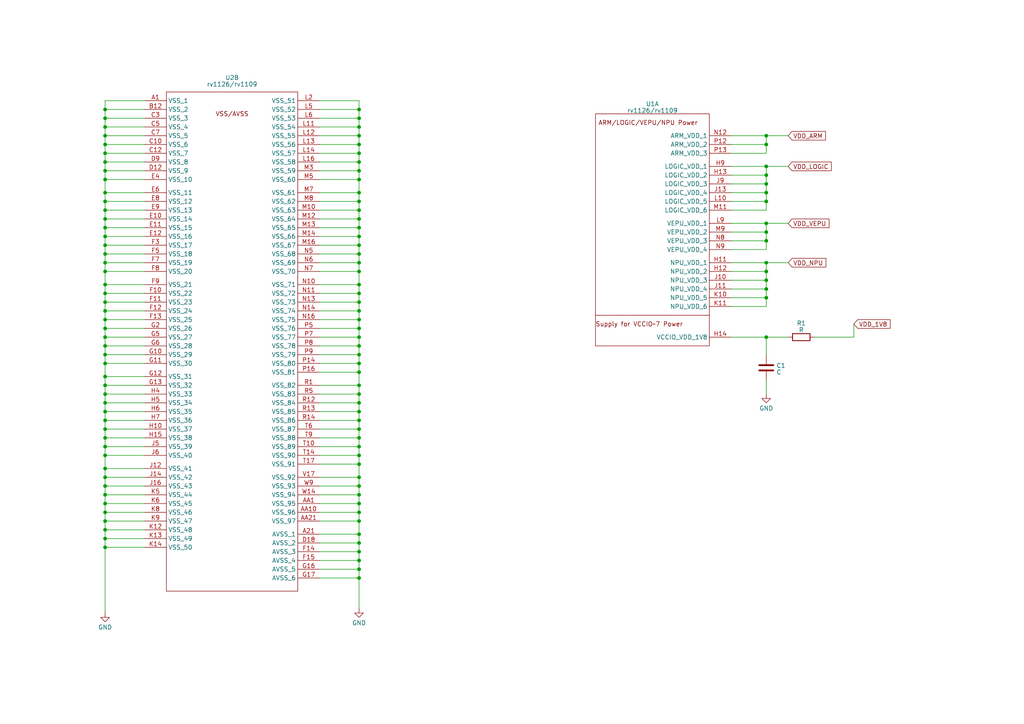
<source format=kicad_sch>
(kicad_sch (version 20230121) (generator eeschema)
  (paper "A4")
  (title_block (title "Leaf RV1126 Power") (date "2023-02-23") (rev "1") (company "Qingdao IotPi Information Technology"))
  (junction (at 30.48 121.92))
  (junction (at 30.48 36.83))
  (junction (at 104.14 157.48))
  (junction (at 222.25 76.2))
  (junction (at 104.14 73.66))
  (junction (at 30.48 55.88))
  (junction (at 104.14 138.43))
  (junction (at 222.25 83.82))
  (junction (at 104.14 71.12))
  (junction (at 30.48 100.33))
  (junction (at 30.48 60.96))
  (junction (at 104.14 146.05))
  (junction (at 104.14 39.37))
  (junction (at 30.48 148.59))
  (junction (at 222.25 97.79))
  (junction (at 30.48 158.75))
  (junction (at 30.48 41.91))
  (junction (at 30.48 116.84))
  (junction (at 104.14 119.38))
  (junction (at 222.25 39.37))
  (junction (at 30.48 90.17))
  (junction (at 30.48 111.76))
  (junction (at 104.14 105.41))
  (junction (at 222.25 78.74))
  (junction (at 104.14 58.42))
  (junction (at 104.14 68.58))
  (junction (at 104.14 154.94))
  (junction (at 104.14 34.29))
  (junction (at 30.48 76.2))
  (junction (at 104.14 78.74))
  (junction (at 222.25 67.31))
  (junction (at 30.48 85.09))
  (junction (at 104.14 124.46))
  (junction (at 30.48 82.55))
  (junction (at 104.14 167.64))
  (junction (at 104.14 116.84))
  (junction (at 30.48 102.87))
  (junction (at 30.48 44.45))
  (junction (at 104.14 60.96))
  (junction (at 30.48 151.13))
  (junction (at 30.48 153.67))
  (junction (at 104.14 55.88))
  (junction (at 104.14 162.56))
  (junction (at 104.14 90.17))
  (junction (at 104.14 114.3))
  (junction (at 30.48 39.37))
  (junction (at 104.14 143.51))
  (junction (at 104.14 100.33))
  (junction (at 104.14 46.99))
  (junction (at 30.48 34.29))
  (junction (at 104.14 36.83))
  (junction (at 104.14 151.13))
  (junction (at 104.14 66.04))
  (junction (at 222.25 50.8))
  (junction (at 30.48 114.3))
  (junction (at 30.48 127))
  (junction (at 30.48 68.58))
  (junction (at 222.25 86.36))
  (junction (at 222.25 64.77))
  (junction (at 30.48 46.99))
  (junction (at 30.48 105.41))
  (junction (at 104.14 129.54))
  (junction (at 104.14 49.53))
  (junction (at 30.48 143.51))
  (junction (at 222.25 41.91))
  (junction (at 222.25 69.85))
  (junction (at 30.48 71.12))
  (junction (at 104.14 87.63))
  (junction (at 104.14 95.25))
  (junction (at 104.14 148.59))
  (junction (at 30.48 73.66))
  (junction (at 30.48 119.38))
  (junction (at 104.14 140.97))
  (junction (at 30.48 109.22))
  (junction (at 222.25 58.42))
  (junction (at 104.14 92.71))
  (junction (at 222.25 53.34))
  (junction (at 104.14 134.62))
  (junction (at 30.48 132.08))
  (junction (at 104.14 85.09))
  (junction (at 30.48 129.54))
  (junction (at 104.14 121.92))
  (junction (at 104.14 132.08))
  (junction (at 104.14 160.02))
  (junction (at 104.14 41.91))
  (junction (at 104.14 102.87))
  (junction (at 222.25 48.26))
  (junction (at 104.14 76.2))
  (junction (at 30.48 52.07))
  (junction (at 30.48 58.42))
  (junction (at 30.48 87.63))
  (junction (at 104.14 107.95))
  (junction (at 104.14 97.79))
  (junction (at 30.48 78.74))
  (junction (at 30.48 146.05))
  (junction (at 104.14 52.07))
  (junction (at 30.48 31.75))
  (junction (at 30.48 97.79))
  (junction (at 30.48 138.43))
  (junction (at 30.48 66.04))
  (junction (at 104.14 44.45))
  (junction (at 30.48 156.21))
  (junction (at 104.14 82.55))
  (junction (at 30.48 95.25))
  (junction (at 30.48 135.89))
  (junction (at 30.48 140.97))
  (junction (at 104.14 165.1))
  (junction (at 30.48 49.53))
  (junction (at 104.14 111.76))
  (junction (at 104.14 31.75))
  (junction (at 104.14 127))
  (junction (at 222.25 55.88))
  (junction (at 30.48 92.71))
  (junction (at 104.14 63.5))
  (junction (at 30.48 63.5))
  (junction (at 30.48 124.46))
  (junction (at 222.25 81.28))
  (wire (pts (xy 30.48 95.25) (xy 30.48 97.79)))
  (wire (pts (xy 222.25 55.88) (xy 222.25 53.34)))
  (wire (pts (xy 30.48 146.05) (xy 30.48 148.59)))
  (wire (pts (xy 30.48 143.51) (xy 41.91 143.51)))
  (wire (pts (xy 104.14 119.38) (xy 92.71 119.38)))
  (wire (pts (xy 30.48 138.43) (xy 41.91 138.43)))
  (wire (pts (xy 41.91 29.21) (xy 30.48 29.21)))
  (wire (pts (xy 104.14 73.66) (xy 104.14 76.2)))
  (wire (pts (xy 30.48 138.43) (xy 30.48 140.97)))
  (wire (pts (xy 104.14 60.96) (xy 92.71 60.96)))
  (wire (pts (xy 30.48 76.2) (xy 30.48 78.74)))
  (wire (pts (xy 30.48 87.63) (xy 30.48 90.17)))
  (wire (pts (xy 30.48 129.54) (xy 30.48 132.08)))
  (wire (pts (xy 104.14 100.33) (xy 92.71 100.33)))
  (wire (pts (xy 30.48 34.29) (xy 30.48 36.83)))
  (wire (pts (xy 104.14 121.92) (xy 92.71 121.92)))
  (wire (pts (xy 30.48 92.71) (xy 41.91 92.71)))
  (wire (pts (xy 30.48 71.12) (xy 41.91 71.12)))
  (wire (pts (xy 30.48 55.88) (xy 41.91 55.88)))
  (wire (pts (xy 222.25 60.96) (xy 222.25 58.42)))
  (wire (pts (xy 30.48 109.22) (xy 30.48 111.76)))
  (wire (pts (xy 30.48 97.79) (xy 41.91 97.79)))
  (wire (pts (xy 30.48 82.55) (xy 30.48 85.09)))
  (wire (pts (xy 92.71 29.21) (xy 104.14 29.21)))
  (wire (pts (xy 222.25 97.79) (xy 222.25 102.87)))
  (wire (pts (xy 212.09 39.37) (xy 222.25 39.37)))
  (wire (pts (xy 30.48 58.42) (xy 30.48 60.96)))
  (wire (pts (xy 30.48 127) (xy 41.91 127)))
  (wire (pts (xy 104.14 85.09) (xy 104.14 87.63)))
  (wire (pts (xy 30.48 82.55) (xy 41.91 82.55)))
  (wire (pts (xy 104.14 102.87) (xy 92.71 102.87)))
  (wire (pts (xy 30.48 105.41) (xy 30.48 109.22)))
  (wire (pts (xy 104.14 143.51) (xy 104.14 146.05)))
  (wire (pts (xy 30.48 55.88) (xy 30.48 58.42)))
  (wire (pts (xy 30.48 140.97) (xy 41.91 140.97)))
  (wire (pts (xy 104.14 132.08) (xy 92.71 132.08)))
  (wire (pts (xy 222.25 81.28) (xy 212.09 81.28)))
  (wire (pts (xy 104.14 82.55) (xy 104.14 85.09)))
  (wire (pts (xy 222.25 39.37) (xy 228.6 39.37)))
  (wire (pts (xy 104.14 146.05) (xy 92.71 146.05)))
  (wire (pts (xy 104.14 29.21) (xy 104.14 31.75)))
  (wire (pts (xy 104.14 124.46) (xy 92.71 124.46)))
  (wire (pts (xy 104.14 46.99) (xy 104.14 49.53)))
  (wire (pts (xy 30.48 31.75) (xy 30.48 34.29)))
  (wire (pts (xy 104.14 68.58) (xy 104.14 71.12)))
  (wire (pts (xy 30.48 124.46) (xy 30.48 127)))
  (wire (pts (xy 104.14 121.92) (xy 104.14 124.46)))
  (wire (pts (xy 104.14 39.37) (xy 104.14 41.91)))
  (wire (pts (xy 30.48 31.75) (xy 41.91 31.75)))
  (wire (pts (xy 222.25 72.39) (xy 222.25 69.85)))
  (wire (pts (xy 104.14 162.56) (xy 92.71 162.56)))
  (wire (pts (xy 104.14 157.48) (xy 104.14 160.02)))
  (wire (pts (xy 222.25 48.26) (xy 228.6 48.26)))
  (wire (pts (xy 30.48 68.58) (xy 30.48 71.12)))
  (wire (pts (xy 212.09 58.42) (xy 222.25 58.42)))
  (wire (pts (xy 104.14 160.02) (xy 104.14 162.56)))
  (wire (pts (xy 222.25 81.28) (xy 222.25 83.82)))
  (wire (pts (xy 30.48 119.38) (xy 30.48 121.92)))
  (wire (pts (xy 30.48 102.87) (xy 30.48 105.41)))
  (wire (pts (xy 30.48 121.92) (xy 30.48 124.46)))
  (wire (pts (xy 104.14 151.13) (xy 92.71 151.13)))
  (wire (pts (xy 104.14 52.07) (xy 104.14 55.88)))
  (wire (pts (xy 104.14 78.74) (xy 104.14 82.55)))
  (wire (pts (xy 104.14 63.5) (xy 92.71 63.5)))
  (wire (pts (xy 104.14 78.74) (xy 92.71 78.74)))
  (wire (pts (xy 30.48 95.25) (xy 41.91 95.25)))
  (wire (pts (xy 30.48 78.74) (xy 30.48 82.55)))
  (wire (pts (xy 30.48 39.37) (xy 41.91 39.37)))
  (wire (pts (xy 104.14 63.5) (xy 104.14 66.04)))
  (wire (pts (xy 104.14 36.83) (xy 92.71 36.83)))
  (wire (pts (xy 222.25 41.91) (xy 222.25 44.45)))
  (wire (pts (xy 222.25 50.8) (xy 212.09 50.8)))
  (wire (pts (xy 104.14 140.97) (xy 104.14 143.51)))
  (wire (pts (xy 104.14 95.25) (xy 92.71 95.25)))
  (wire (pts (xy 212.09 60.96) (xy 222.25 60.96)))
  (wire (pts (xy 104.14 82.55) (xy 92.71 82.55)))
  (wire (pts (xy 104.14 66.04) (xy 104.14 68.58)))
  (wire (pts (xy 104.14 157.48) (xy 92.71 157.48)))
  (wire (pts (xy 104.14 165.1) (xy 92.71 165.1)))
  (wire (pts (xy 30.48 76.2) (xy 41.91 76.2)))
  (wire (pts (xy 104.14 167.64) (xy 104.14 176.53)))
  (wire (pts (xy 30.48 153.67) (xy 41.91 153.67)))
  (wire (pts (xy 104.14 34.29) (xy 104.14 36.83)))
  (wire (pts (xy 222.25 78.74) (xy 222.25 81.28)))
  (wire (pts (xy 30.48 78.74) (xy 41.91 78.74)))
  (wire (pts (xy 30.48 41.91) (xy 41.91 41.91)))
  (wire (pts (xy 104.14 167.64) (xy 92.71 167.64)))
  (wire (pts (xy 222.25 86.36) (xy 212.09 86.36)))
  (wire (pts (xy 222.25 110.49) (xy 222.25 114.3)))
  (wire (pts (xy 104.14 95.25) (xy 104.14 97.79)))
  (wire (pts (xy 30.48 66.04) (xy 30.48 68.58)))
  (wire (pts (xy 30.48 44.45) (xy 41.91 44.45)))
  (wire (pts (xy 222.25 78.74) (xy 212.09 78.74)))
  (wire (pts (xy 104.14 46.99) (xy 92.71 46.99)))
  (wire (pts (xy 30.48 114.3) (xy 41.91 114.3)))
  (wire (pts (xy 30.48 90.17) (xy 41.91 90.17)))
  (wire (pts (xy 104.14 165.1) (xy 104.14 167.64)))
  (wire (pts (xy 104.14 138.43) (xy 92.71 138.43)))
  (wire (pts (xy 104.14 107.95) (xy 104.14 111.76)))
  (wire (pts (xy 104.14 97.79) (xy 92.71 97.79)))
  (wire (pts (xy 30.48 41.91) (xy 30.48 44.45)))
  (wire (pts (xy 104.14 134.62) (xy 104.14 138.43)))
  (wire (pts (xy 30.48 116.84) (xy 30.48 119.38)))
  (wire (pts (xy 104.14 124.46) (xy 104.14 127)))
  (wire (pts (xy 104.14 92.71) (xy 92.71 92.71)))
  (wire (pts (xy 104.14 66.04) (xy 92.71 66.04)))
  (wire (pts (xy 30.48 111.76) (xy 41.91 111.76)))
  (wire (pts (xy 104.14 146.05) (xy 104.14 148.59)))
  (wire (pts (xy 30.48 97.79) (xy 30.48 100.33)))
  (wire (pts (xy 104.14 68.58) (xy 92.71 68.58)))
  (wire (pts (xy 104.14 85.09) (xy 92.71 85.09)))
  (wire (pts (xy 104.14 36.83) (xy 104.14 39.37)))
  (wire (pts (xy 104.14 71.12) (xy 104.14 73.66)))
  (wire (pts (xy 212.09 76.2) (xy 222.25 76.2)))
  (wire (pts (xy 30.48 39.37) (xy 30.48 41.91)))
  (wire (pts (xy 104.14 160.02) (xy 92.71 160.02)))
  (wire (pts (xy 104.14 102.87) (xy 104.14 105.41)))
  (wire (pts (xy 104.14 132.08) (xy 104.14 134.62)))
  (wire (pts (xy 104.14 52.07) (xy 92.71 52.07)))
  (wire (pts (xy 104.14 105.41) (xy 92.71 105.41)))
  (wire (pts (xy 30.48 158.75) (xy 41.91 158.75)))
  (wire (pts (xy 212.09 48.26) (xy 222.25 48.26)))
  (wire (pts (xy 30.48 85.09) (xy 41.91 85.09)))
  (wire (pts (xy 104.14 55.88) (xy 92.71 55.88)))
  (wire (pts (xy 222.25 83.82) (xy 222.25 86.36)))
  (wire (pts (xy 104.14 60.96) (xy 104.14 63.5)))
  (wire (pts (xy 104.14 49.53) (xy 92.71 49.53)))
  (wire (pts (xy 104.14 154.94) (xy 92.71 154.94)))
  (wire (pts (xy 30.48 36.83) (xy 30.48 39.37)))
  (wire (pts (xy 212.09 41.91) (xy 222.25 41.91)))
  (wire (pts (xy 104.14 151.13) (xy 104.14 154.94)))
  (wire (pts (xy 104.14 31.75) (xy 92.71 31.75)))
  (wire (pts (xy 104.14 116.84) (xy 92.71 116.84)))
  (wire (pts (xy 222.25 58.42) (xy 222.25 55.88)))
  (wire (pts (xy 104.14 31.75) (xy 104.14 34.29)))
  (wire (pts (xy 104.14 127) (xy 92.71 127)))
  (wire (pts (xy 30.48 116.84) (xy 41.91 116.84)))
  (wire (pts (xy 30.48 102.87) (xy 41.91 102.87)))
  (wire (pts (xy 30.48 60.96) (xy 30.48 63.5)))
  (wire (pts (xy 104.14 105.41) (xy 104.14 107.95)))
  (wire (pts (xy 30.48 73.66) (xy 30.48 76.2)))
  (wire (pts (xy 104.14 127) (xy 104.14 129.54)))
  (wire (pts (xy 104.14 87.63) (xy 104.14 90.17)))
  (wire (pts (xy 30.48 105.41) (xy 41.91 105.41)))
  (wire (pts (xy 104.14 114.3) (xy 92.71 114.3)))
  (wire (pts (xy 222.25 64.77) (xy 228.6 64.77)))
  (wire (pts (xy 30.48 85.09) (xy 30.48 87.63)))
  (wire (pts (xy 104.14 107.95) (xy 92.71 107.95)))
  (wire (pts (xy 30.48 148.59) (xy 41.91 148.59)))
  (wire (pts (xy 104.14 90.17) (xy 92.71 90.17)))
  (wire (pts (xy 30.48 44.45) (xy 30.48 46.99)))
  (wire (pts (xy 30.48 156.21) (xy 30.48 158.75)))
  (wire (pts (xy 30.48 73.66) (xy 41.91 73.66)))
  (wire (pts (xy 30.48 109.22) (xy 41.91 109.22)))
  (wire (pts (xy 222.25 67.31) (xy 212.09 67.31)))
  (wire (pts (xy 104.14 100.33) (xy 104.14 102.87)))
  (wire (pts (xy 30.48 127) (xy 30.48 129.54)))
  (wire (pts (xy 222.25 88.9) (xy 212.09 88.9)))
  (wire (pts (xy 30.48 132.08) (xy 41.91 132.08)))
  (wire (pts (xy 30.48 63.5) (xy 41.91 63.5)))
  (wire (pts (xy 104.14 134.62) (xy 92.71 134.62)))
  (wire (pts (xy 30.48 100.33) (xy 41.91 100.33)))
  (wire (pts (xy 104.14 41.91) (xy 104.14 44.45)))
  (wire (pts (xy 247.65 97.79) (xy 247.65 93.98)))
  (wire (pts (xy 30.48 132.08) (xy 30.48 135.89)))
  (wire (pts (xy 30.48 46.99) (xy 41.91 46.99)))
  (wire (pts (xy 222.25 83.82) (xy 212.09 83.82)))
  (wire (pts (xy 30.48 58.42) (xy 41.91 58.42)))
  (wire (pts (xy 104.14 44.45) (xy 104.14 46.99)))
  (wire (pts (xy 30.48 52.07) (xy 41.91 52.07)))
  (wire (pts (xy 222.25 76.2) (xy 222.25 78.74)))
  (wire (pts (xy 104.14 34.29) (xy 92.71 34.29)))
  (wire (pts (xy 212.09 55.88) (xy 222.25 55.88)))
  (wire (pts (xy 104.14 55.88) (xy 104.14 58.42)))
  (wire (pts (xy 30.48 114.3) (xy 30.48 116.84)))
  (wire (pts (xy 30.48 87.63) (xy 41.91 87.63)))
  (wire (pts (xy 104.14 58.42) (xy 104.14 60.96)))
  (wire (pts (xy 104.14 87.63) (xy 92.71 87.63)))
  (wire (pts (xy 104.14 41.91) (xy 92.71 41.91)))
  (wire (pts (xy 104.14 97.79) (xy 104.14 100.33)))
  (wire (pts (xy 104.14 39.37) (xy 92.71 39.37)))
  (wire (pts (xy 30.48 135.89) (xy 30.48 138.43)))
  (wire (pts (xy 212.09 53.34) (xy 222.25 53.34)))
  (wire (pts (xy 222.25 69.85) (xy 222.25 67.31)))
  (wire (pts (xy 104.14 140.97) (xy 92.71 140.97)))
  (wire (pts (xy 104.14 162.56) (xy 104.14 165.1)))
  (wire (pts (xy 104.14 138.43) (xy 104.14 140.97)))
  (wire (pts (xy 104.14 148.59) (xy 104.14 151.13)))
  (wire (pts (xy 104.14 143.51) (xy 92.71 143.51)))
  (wire (pts (xy 30.48 60.96) (xy 41.91 60.96)))
  (wire (pts (xy 222.25 64.77) (xy 222.25 67.31)))
  (wire (pts (xy 30.48 90.17) (xy 30.48 92.71)))
  (wire (pts (xy 30.48 49.53) (xy 41.91 49.53)))
  (wire (pts (xy 30.48 124.46) (xy 41.91 124.46)))
  (wire (pts (xy 104.14 148.59) (xy 92.71 148.59)))
  (wire (pts (xy 30.48 92.71) (xy 30.48 95.25)))
  (wire (pts (xy 222.25 39.37) (xy 222.25 41.91)))
  (wire (pts (xy 222.25 53.34) (xy 222.25 50.8)))
  (wire (pts (xy 222.25 97.79) (xy 228.6 97.79)))
  (wire (pts (xy 30.48 71.12) (xy 30.48 73.66)))
  (wire (pts (xy 30.48 158.75) (xy 30.48 177.8)))
  (wire (pts (xy 212.09 97.79) (xy 222.25 97.79)))
  (wire (pts (xy 104.14 44.45) (xy 92.71 44.45)))
  (wire (pts (xy 30.48 121.92) (xy 41.91 121.92)))
  (wire (pts (xy 104.14 116.84) (xy 104.14 119.38)))
  (wire (pts (xy 212.09 64.77) (xy 222.25 64.77)))
  (wire (pts (xy 30.48 29.21) (xy 30.48 31.75)))
  (wire (pts (xy 104.14 76.2) (xy 92.71 76.2)))
  (wire (pts (xy 30.48 100.33) (xy 30.48 102.87)))
  (wire (pts (xy 212.09 72.39) (xy 222.25 72.39)))
  (wire (pts (xy 30.48 148.59) (xy 30.48 151.13)))
  (wire (pts (xy 30.48 49.53) (xy 30.48 52.07)))
  (wire (pts (xy 30.48 153.67) (xy 30.48 156.21)))
  (wire (pts (xy 104.14 129.54) (xy 104.14 132.08)))
  (wire (pts (xy 30.48 151.13) (xy 30.48 153.67)))
  (wire (pts (xy 104.14 111.76) (xy 92.71 111.76)))
  (wire (pts (xy 104.14 76.2) (xy 104.14 78.74)))
  (wire (pts (xy 104.14 129.54) (xy 92.71 129.54)))
  (wire (pts (xy 30.48 135.89) (xy 41.91 135.89)))
  (wire (pts (xy 104.14 114.3) (xy 104.14 116.84)))
  (wire (pts (xy 30.48 66.04) (xy 41.91 66.04)))
  (wire (pts (xy 30.48 119.38) (xy 41.91 119.38)))
  (wire (pts (xy 104.14 58.42) (xy 92.71 58.42)))
  (wire (pts (xy 30.48 46.99) (xy 30.48 49.53)))
  (wire (pts (xy 30.48 63.5) (xy 30.48 66.04)))
  (wire (pts (xy 222.25 76.2) (xy 228.6 76.2)))
  (wire (pts (xy 104.14 71.12) (xy 92.71 71.12)))
  (wire (pts (xy 30.48 36.83) (xy 41.91 36.83)))
  (wire (pts (xy 222.25 86.36) (xy 222.25 88.9)))
  (wire (pts (xy 30.48 34.29) (xy 41.91 34.29)))
  (wire (pts (xy 30.48 156.21) (xy 41.91 156.21)))
  (wire (pts (xy 104.14 154.94) (xy 104.14 157.48)))
  (wire (pts (xy 104.14 111.76) (xy 104.14 114.3)))
  (wire (pts (xy 222.25 48.26) (xy 222.25 50.8)))
  (wire (pts (xy 30.48 68.58) (xy 41.91 68.58)))
  (wire (pts (xy 30.48 151.13) (xy 41.91 151.13)))
  (wire (pts (xy 104.14 49.53) (xy 104.14 52.07)))
  (wire (pts (xy 212.09 69.85) (xy 222.25 69.85)))
  (wire (pts (xy 104.14 90.17) (xy 104.14 92.71)))
  (wire (pts (xy 30.48 146.05) (xy 41.91 146.05)))
  (wire (pts (xy 30.48 129.54) (xy 41.91 129.54)))
  (wire (pts (xy 30.48 140.97) (xy 30.48 143.51)))
  (wire (pts (xy 104.14 73.66) (xy 92.71 73.66)))
  (wire (pts (xy 104.14 119.38) (xy 104.14 121.92)))
  (wire (pts (xy 30.48 111.76) (xy 30.48 114.3)))
  (wire (pts (xy 212.09 44.45) (xy 222.25 44.45)))
  (wire (pts (xy 30.48 52.07) (xy 30.48 55.88)))
  (wire (pts (xy 104.14 92.71) (xy 104.14 95.25)))
  (wire (pts (xy 236.22 97.79) (xy 247.65 97.79)))
  (wire (pts (xy 30.48 143.51) (xy 30.48 146.05)))
  (global_label "VDD_VEPU" (shape input) (at 228.6 64.77 0) (property "Intersheetrefs" "${INTERSHEET_REFS}" (effects hide)))
  (global_label "VDD_ARM" (shape input) (at 228.6 39.37 0) (property "Intersheetrefs" "${INTERSHEET_REFS}" (effects hide)))
  (global_label "VDD_1V8" (shape input) (at 247.65 93.98 0) (property "Intersheetrefs" "${INTERSHEET_REFS}" (effects hide)))
  (global_label "VDD_LOGIC" (shape input) (at 228.6 48.26 0) (property "Intersheetrefs" "${INTERSHEET_REFS}" (effects hide)))
  (global_label "VDD_NPU" (shape input) (at 228.6 76.2 0) (property "Intersheetrefs" "${INTERSHEET_REFS}" (effects hide)))
  (symbol (lib_id "CPU_Rockchip:rv1126_rv1109") (at 189.23 64.77 0) (unit 1)
    (property "Reference" "U1" (at 189.23 30.1371 0))
    (property "Value" "rv1126/rv1109" (at 189.23 32.0581 0))
  )
  (symbol (lib_id "Device:C") (at 222.25 106.68 0) (unit 1)
    (property "Reference" "C1" (at 225.171 106.0363 0) (effects (justify left)))
    (property "Value" "C" (at 225.171 107.9573 0) (effects (justify left)))
  )
  (symbol (lib_id "power:GND") (at 30.48 177.8 0) (unit 1)
    (property "Reference" "#PWR02" (effects hide))
    (property "Value" "GND" (at 30.48 181.9355 0))
  )
  (symbol (lib_id "power:GND") (at 104.14 176.53 0) (unit 1)
    (property "Reference" "#PWR03" (effects hide))
    (property "Value" "GND" (at 104.14 180.6655 0))
  )
  (symbol (lib_name "rv1126_rv1109_1") (lib_id "CPU_Rockchip:rv1126_rv1109") (at 67.31 57.15 0) (unit 2)
    (property "Reference" "U2" (at 67.31 22.5171 0))
    (property "Value" "rv1126/rv1109" (at 67.31 24.4381 0))
  )
  (symbol (lib_id "Device:R") (at 232.41 97.79 90) (unit 1)
    (property "Reference" "R1" (at 232.41 93.7641 90))
    (property "Value" "R" (at 232.41 95.6851 90))
  )
  (symbol (lib_id "power:GND") (at 222.25 114.3 0) (unit 1)
    (property "Reference" "#PWR01" (effects hide))
    (property "Value" "GND" (at 222.25 118.4355 0))
  )
)
</source>
